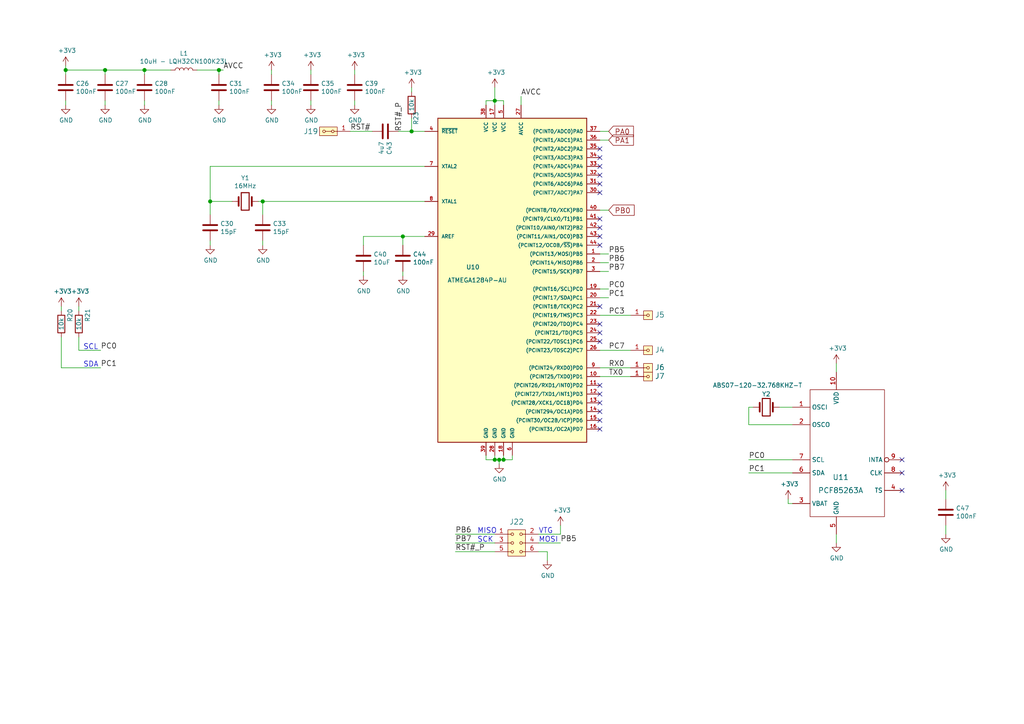
<source format=kicad_sch>
(kicad_sch (version 20211123) (generator eeschema)
  (paper "A4")
  (title_block (date "%F"))
  (lib_symbols
    (symbol "Device:Crystal" (pin_numbers hide) (pin_names (offset 1.016) hide)
      (property "Reference" "Y" (at 0 3.81 0))
      (property "Value" "Crystal" (at 0 -3.81 0))
      (symbol "Crystal_0_1"
        (rectangle (start -1.143 2.54) (end 1.143 -2.54) (stroke (width 0.3048)))
        (polyline (pts (xy -2.54 0) (xy -1.905 0)))
        (polyline (pts (xy -1.905 -1.27) (xy -1.905 1.27)) (stroke (width 0.508)))
        (polyline (pts (xy 1.905 -1.27) (xy 1.905 1.27)) (stroke (width 0.508)))
        (polyline (pts (xy 2.54 0) (xy 1.905 0)))
      )
      (symbol "Crystal_1_1"
        (pin passive line (at -3.81 0 0) (length 1.27) (name "1") (number "1"))
        (pin passive line (at 3.81 0 180) (length 1.27) (name "2") (number "2"))
      )
    )
    (symbol "MLAB_HEADER:HEADER_1x01" (pin_names (offset 1.016))
      (property "Reference" "J" (at 0 -2.54 0))
      (property "Value" "HEADER_1x01" (at 0 2.54 0))
      (symbol "HEADER_1x01_0_1"
        (rectangle (start -1.27 1.27) (end 1.27 -1.27) (fill (type background)))
        (polyline (pts (xy -1.27 0) (xy -0.381 0)))
        (circle (center 0 0) (radius 0.381))
      )
      (symbol "HEADER_1x01_1_1"
        (pin input line (at -5.08 0 0) (length 3.81) (name "~") (number "1"))
      )
    )
    (symbol "MLAB_HEADER:HEADER_2x01_PARALLEL" (pin_names (offset 1.016))
      (property "Reference" "J" (at 0 -2.54 0))
      (property "Value" "HEADER_2x01_PARALLEL" (at 0 2.54 0))
      (symbol "HEADER_2x01_PARALLEL_0_1"
        (rectangle (start -2.54 1.27) (end 2.54 -1.27) (fill (type background)))
        (circle (center -1.27 0) (radius 0.381))
        (polyline (pts (xy -1.651 0) (xy -2.54 0)))
        (polyline (pts (xy -0.889 0) (xy 0.889 0)))
        (circle (center 1.27 0) (radius 0.381))
      )
      (symbol "HEADER_2x01_PARALLEL_1_1"
        (pin input line (at -6.35 0 0) (length 3.81) (name "~") (number "1"))
        (pin input line (at -6.35 0 0) (length 3.81) hide (name "~") (number "2"))
      )
    )
    (symbol "MLAB_HEADER:HEADER_2x03" (pin_names (offset 1.016))
      (property "Reference" "J" (at 0 -5.08 0))
      (property "Value" "HEADER_2x03" (at 0 5.08 0))
      (symbol "HEADER_2x03_0_1"
        (rectangle (start -2.54 3.81) (end 2.54 -3.81) (fill (type background)))
        (circle (center -1.27 -2.54) (radius 0.381))
        (circle (center -1.27 0) (radius 0.381))
        (circle (center -1.27 2.54) (radius 0.381))
        (polyline (pts (xy -1.651 -2.54) (xy -2.54 -2.54)))
        (polyline (pts (xy -1.651 0) (xy -2.54 0)))
        (polyline (pts (xy -1.651 2.54) (xy -2.54 2.54)))
        (polyline (pts (xy 1.651 -2.54) (xy 2.54 -2.54)))
        (polyline (pts (xy 1.651 0) (xy 2.54 0)))
        (polyline (pts (xy 1.651 2.54) (xy 2.54 2.54)))
        (circle (center 1.27 -2.54) (radius 0.381))
        (circle (center 1.27 0) (radius 0.381))
        (circle (center 1.27 2.54) (radius 0.381))
      )
      (symbol "HEADER_2x03_1_1"
        (pin input line (at -6.35 2.54 0) (length 3.81) (name "~") (number "1"))
        (pin input line (at 6.35 2.54 180) (length 3.81) (name "~") (number "2"))
        (pin input line (at -6.35 0 0) (length 3.81) (name "~") (number "3"))
        (pin input line (at 6.35 0 180) (length 3.81) (name "~") (number "4"))
        (pin input line (at -6.35 -2.54 0) (length 3.81) (name "~") (number "5"))
        (pin input line (at 6.35 -2.54 180) (length 3.81) (name "~") (number "6"))
      )
    )
    (symbol "MLAB_IO:PCF85263A"
      (property "Reference" "U" (at 5.08 12.7 0))
      (property "Value" "PCF85263A" (at 6.35 8.89 0))
      (symbol "PCF85263A_0_1"
        (rectangle (start -7.62 17.78) (end 13.97 -19.05))
      )
      (symbol "PCF85263A_1_1"
        (pin input line (at -12.7 12.7 0) (length 5.08) (name "OSCI") (number "1"))
        (pin input line (at 0 22.86 270) (length 5.08) (name "VDD") (number "10"))
        (pin input line (at -12.7 7.62 0) (length 5.08) (name "OSCO") (number "2"))
        (pin input line (at -12.7 -15.24 0) (length 5.08) (name "VBAT") (number "3"))
        (pin input line (at 19.05 -11.43 180) (length 5.08) (name "TS") (number "4"))
        (pin input line (at 0 -24.13 90) (length 5.08) (name "GND") (number "5"))
        (pin input line (at -12.7 -6.35 0) (length 5.08) (name "SDA") (number "6"))
        (pin input line (at -12.7 -2.54 0) (length 5.08) (name "SCL") (number "7"))
        (pin input line (at 19.05 -6.35 180) (length 5.08) (name "CLK") (number "8"))
        (pin input inverted (at 19.05 -2.54 180) (length 5.08) (name "INTA") (number "9"))
      )
    )
    (symbol "SPACEDOS01A_PCB01A-rescue:ATMEGA1284P-AU-atmel-DATALOGGER01A-rescue-CCP2019V01A-rescue" (pin_names (offset 1.016))
      (property "Reference" "U" (at -21.59 47.752 0))
      (property "Value" "ATMEGA1284P-AU-atmel-DATALOGGER01A-rescue-CCP2019V01A-rescue" (at 10.16 -49.53 0))
      (symbol "ATMEGA1284P-AU-atmel-DATALOGGER01A-rescue-CCP2019V01A-rescue_0_1"
        (rectangle (start -21.59 46.99) (end 21.59 -46.99) (stroke (width 0.254)) (fill (type background)))
      )
      (symbol "ATMEGA1284P-AU-atmel-DATALOGGER01A-rescue-CCP2019V01A-rescue_1_1"
        (pin bidirectional line (at 25.4 7.62 180) (length 3.81) (name "(PCINT13/MOSI)PB5") (number "1"))
        (pin bidirectional line (at 25.4 -27.94 180) (length 3.81) (name "(PCINT25/TXD0)PD1") (number "10"))
        (pin bidirectional line (at 25.4 -30.48 180) (length 3.81) (name "(PCINT26/RXD1/INT0)PD2") (number "11"))
        (pin bidirectional line (at 25.4 -33.02 180) (length 3.81) (name "(PCINT27/TXD1/INT1)PD3") (number "12"))
        (pin bidirectional line (at 25.4 -35.56 180) (length 3.81) (name "(PCINT28/XCK1/OC1B)PD4") (number "13"))
        (pin bidirectional line (at 25.4 -38.1 180) (length 3.81) (name "(PCINT294/OC1A)PD5") (number "14"))
        (pin bidirectional line (at 25.4 -40.64 180) (length 3.81) (name "(PCINT30/OC2B/ICP)PD6") (number "15"))
        (pin bidirectional line (at 25.4 -43.18 180) (length 3.81) (name "(PCINT31/OC2A)PD7") (number "16"))
        (pin power_in line (at -5.08 50.8 270) (length 3.81) (name "VCC") (number "17"))
        (pin power_in line (at -2.54 -50.8 90) (length 3.81) (name "GND") (number "18"))
        (pin bidirectional line (at 25.4 -2.54 180) (length 3.81) (name "(PCINT16/SCL)PC0") (number "19"))
        (pin bidirectional line (at 25.4 5.08 180) (length 3.81) (name "(PCINT14/MISO)PB6") (number "2"))
        (pin bidirectional line (at 25.4 -5.08 180) (length 3.81) (name "(PCINT17/SDA)PC1") (number "20"))
        (pin bidirectional line (at 25.4 -7.62 180) (length 3.81) (name "(PCINT18/TCK)PC2") (number "21"))
        (pin bidirectional line (at 25.4 -10.16 180) (length 3.81) (name "(PCINT19/TMS)PC3") (number "22"))
        (pin bidirectional line (at 25.4 -12.7 180) (length 3.81) (name "(PCINT20/TDO)PC4") (number "23"))
        (pin bidirectional line (at 25.4 -15.24 180) (length 3.81) (name "(PCINT21/TDI)PC5") (number "24"))
        (pin bidirectional line (at 25.4 -17.78 180) (length 3.81) (name "(PCINT22/TOSC1)PC6") (number "25"))
        (pin bidirectional line (at 25.4 -20.32 180) (length 3.81) (name "(PCINT23/TOSC2)PC7") (number "26"))
        (pin power_in line (at 2.54 50.8 270) (length 3.81) (name "AVCC") (number "27"))
        (pin power_in line (at -5.08 -50.8 90) (length 3.81) (name "GND") (number "28"))
        (pin power_in line (at -25.4 12.7 0) (length 3.81) (name "AREF") (number "29"))
        (pin bidirectional line (at 25.4 2.54 180) (length 3.81) (name "(PCINT15/SCK)PB7") (number "3"))
        (pin bidirectional line (at 25.4 25.4 180) (length 3.81) (name "(PCINT7/ADC7)PA7") (number "30"))
        (pin bidirectional line (at 25.4 27.94 180) (length 3.81) (name "(PCINT6/ADC6)PA6") (number "31"))
        (pin bidirectional line (at 25.4 30.48 180) (length 3.81) (name "(PCINT5/ADC5)PA5") (number "32"))
        (pin bidirectional line (at 25.4 33.02 180) (length 3.81) (name "(PCINT4/ADC4)PA4") (number "33"))
        (pin bidirectional line (at 25.4 35.56 180) (length 3.81) (name "(PCINT3/ADC3)PA3") (number "34"))
        (pin bidirectional line (at 25.4 38.1 180) (length 3.81) (name "(PCINT2/ADC2)PA2") (number "35"))
        (pin bidirectional line (at 25.4 40.64 180) (length 3.81) (name "(PCINT1/ADC1)PA1") (number "36"))
        (pin bidirectional line (at 25.4 43.18 180) (length 3.81) (name "(PCINT0/ADC0)PA0") (number "37"))
        (pin power_in line (at -7.62 50.8 270) (length 3.81) (name "VCC") (number "38"))
        (pin power_in line (at -7.62 -50.8 90) (length 3.81) (name "GND") (number "39"))
        (pin input line (at -25.4 43.18 0) (length 3.81) (name "~{RESET}") (number "4"))
        (pin bidirectional line (at 25.4 20.32 180) (length 3.81) (name "(PCINT8/T0/XCK)PB0") (number "40"))
        (pin bidirectional line (at 25.4 17.78 180) (length 3.81) (name "(PCINT9/CLKO/T1)PB1") (number "41"))
        (pin bidirectional line (at 25.4 15.24 180) (length 3.81) (name "(PCINT10/AIN0/INT2)PB2") (number "42"))
        (pin bidirectional line (at 25.4 12.7 180) (length 3.81) (name "(PCINT11/AIN1/OC0)PB3") (number "43"))
        (pin bidirectional line (at 25.4 10.16 180) (length 3.81) (name "(PCINT12/OC0B/~{SS})PB4") (number "44"))
        (pin power_in line (at -2.54 50.8 270) (length 3.81) (name "VCC") (number "5"))
        (pin power_in line (at 0 -50.8 90) (length 3.81) (name "GND") (number "6"))
        (pin bidirectional line (at -25.4 33.02 0) (length 3.81) (name "XTAL2") (number "7"))
        (pin bidirectional line (at -25.4 22.86 0) (length 3.81) (name "XTAL1") (number "8"))
        (pin bidirectional line (at 25.4 -25.4 180) (length 3.81) (name "(PCINT24/RXD0)PD0") (number "9"))
      )
    )
    (symbol "SPACEDOS01A_PCB01A-rescue:C-device-DATALOGGER01A-rescue-CCP2019V01A-rescue" (pin_numbers hide) (pin_names (offset 0.254))
      (property "Reference" "C" (at 0.635 2.54 0))
      (property "Value" "C-device-DATALOGGER01A-rescue-CCP2019V01A-rescue" (at 0.635 -2.54 0))
      (symbol "C-device-DATALOGGER01A-rescue-CCP2019V01A-rescue_0_1"
        (polyline (pts (xy -2.032 -0.762) (xy 2.032 -0.762)) (stroke (width 0.508)))
        (polyline (pts (xy -2.032 0.762) (xy 2.032 0.762)) (stroke (width 0.508)))
      )
      (symbol "C-device-DATALOGGER01A-rescue-CCP2019V01A-rescue_1_1"
        (pin passive line (at 0 3.81 270) (length 2.794) (name "~") (number "1"))
        (pin passive line (at 0 -3.81 90) (length 2.794) (name "~") (number "2"))
      )
    )
    (symbol "SPACEDOS01A_PCB01A-rescue:Crystal-device-DATALOGGER01A-rescue-CCP2019V01A-rescue" (pin_numbers hide) (pin_names (offset 1.016) hide)
      (property "Reference" "Y" (at 0 3.81 0))
      (property "Value" "Crystal-device-DATALOGGER01A-rescue-CCP2019V01A-rescue" (at 0 -3.81 0))
      (symbol "Crystal-device-DATALOGGER01A-rescue-CCP2019V01A-rescue_0_1"
        (rectangle (start -1.143 2.54) (end 1.143 -2.54) (stroke (width 0.3048)))
        (polyline (pts (xy -2.54 0) (xy -1.905 0)))
        (polyline (pts (xy -1.905 -1.27) (xy -1.905 1.27)) (stroke (width 0.508)))
        (polyline (pts (xy 1.905 -1.27) (xy 1.905 1.27)) (stroke (width 0.508)))
        (polyline (pts (xy 2.54 0) (xy 1.905 0)))
      )
      (symbol "Crystal-device-DATALOGGER01A-rescue-CCP2019V01A-rescue_1_1"
        (pin passive line (at -3.81 0 0) (length 1.27) (name "1") (number "1"))
        (pin passive line (at 3.81 0 180) (length 1.27) (name "2") (number "2"))
      )
    )
    (symbol "SPACEDOS01A_PCB01A-rescue:L-device-DATALOGGER01A-rescue-CCP2019V01A-rescue" (pin_numbers hide) (pin_names (offset 1.016) hide)
      (property "Reference" "L" (at -1.27 0 90))
      (property "Value" "L-device-DATALOGGER01A-rescue-CCP2019V01A-rescue" (at 1.905 0 90))
      (symbol "L-device-DATALOGGER01A-rescue-CCP2019V01A-rescue_0_1"
        (arc (start 0 -2.54) (mid 0.635 -1.905) (end 0 -1.27))
        (arc (start 0 -1.27) (mid 0.635 -0.635) (end 0 0))
        (arc (start 0 0) (mid 0.635 0.635) (end 0 1.27))
        (arc (start 0 1.27) (mid 0.635 1.905) (end 0 2.54))
      )
      (symbol "L-device-DATALOGGER01A-rescue-CCP2019V01A-rescue_1_1"
        (pin passive line (at 0 3.81 270) (length 1.27) (name "1") (number "1"))
        (pin passive line (at 0 -3.81 90) (length 1.27) (name "2") (number "2"))
      )
    )
    (symbol "SPACEDOS01A_PCB01A-rescue:R-device-DATALOGGER01A-rescue-CCP2019V01A-rescue" (pin_numbers hide) (pin_names (offset 0))
      (property "Reference" "R" (at 2.032 0 90))
      (property "Value" "R-device-DATALOGGER01A-rescue-CCP2019V01A-rescue" (at 0 0 90))
      (symbol "R-device-DATALOGGER01A-rescue-CCP2019V01A-rescue_0_1"
        (rectangle (start -1.016 -2.54) (end 1.016 2.54) (stroke (width 0.254)))
      )
      (symbol "R-device-DATALOGGER01A-rescue-CCP2019V01A-rescue_1_1"
        (pin passive line (at 0 3.81 270) (length 1.27) (name "~") (number "1"))
        (pin passive line (at 0 -3.81 90) (length 1.27) (name "~") (number "2"))
      )
    )
    (symbol "power:+3.3V" (power) (pin_names (offset 0))
      (property "Value" "+3.3V" (at 0 3.556 0))
      (symbol "+3.3V_0_1"
        (polyline (pts (xy -0.762 1.27) (xy 0 2.54)))
        (polyline (pts (xy 0 0) (xy 0 2.54)))
        (polyline (pts (xy 0 2.54) (xy 0.762 1.27)))
      )
      (symbol "+3.3V_1_1"
        (pin power_in line (at 0 0 90) (length 0) hide (name "+3V3") (number "1"))
      )
    )
    (symbol "power:GND" (power) (pin_names (offset 0))
      (property "Value" "GND" (at 0 -3.81 0))
      (symbol "GND_0_1"
        (polyline (pts (xy 0 0) (xy 0 -1.27) (xy 1.27 -1.27) (xy 0 -2.54) (xy -1.27 -1.27) (xy 0 -1.27)))
      )
      (symbol "GND_1_1"
        (pin power_in line (at 0 0 270) (length 0) hide (name "GND") (number "1"))
      )
    )
  )
  (junction (at 119.38 38.1) (diameter 1.016))
  (junction (at 60.96 58.42) (diameter 1.016))
  (junction (at 63.5 20.32) (diameter 1.016))
  (junction (at 30.48 20.32) (diameter 1.016))
  (junction (at 76.2 58.42) (diameter 1.016))
  (junction (at 146.05 133.35) (diameter 1.016))
  (junction (at 144.78 133.35) (diameter 1.016))
  (junction (at 143.51 29.21) (diameter 1.016))
  (junction (at 19.05 20.32) (diameter 1.016))
  (junction (at 41.91 20.32) (diameter 1.016))
  (junction (at 116.84 68.58) (diameter 1.016))
  (junction (at 143.51 133.35) (diameter 1.016))
  (no_connect (at 173.99 93.98))
  (no_connect (at 173.99 116.84))
  (no_connect (at 173.99 63.5))
  (no_connect (at 173.99 50.8))
  (no_connect (at 173.99 45.72))
  (no_connect (at 173.99 71.12))
  (no_connect (at 173.99 111.76))
  (no_connect (at 173.99 55.88))
  (no_connect (at 173.99 48.26))
  (no_connect (at 173.99 114.3))
  (no_connect (at 173.99 66.04))
  (no_connect (at 173.99 124.46))
  (no_connect (at 173.99 53.34))
  (no_connect (at 261.62 137.16))
  (no_connect (at 173.99 96.52))
  (no_connect (at 173.99 88.9))
  (no_connect (at 261.62 142.24))
  (no_connect (at 173.99 119.38))
  (no_connect (at 173.99 121.92))
  (no_connect (at 261.62 133.35))
  (no_connect (at 173.99 68.58))
  (no_connect (at 173.99 43.18))
  (no_connect (at 173.99 99.06))
  (wire (pts (xy 22.86 88.9) (xy 22.86 90.17)))
  (wire (pts (xy 146.05 133.35) (xy 148.59 133.35)))
  (wire (pts (xy 173.99 91.44) (xy 182.88 91.44)))
  (wire (pts (xy 41.91 21.59) (xy 41.91 20.32)))
  (wire (pts (xy 144.78 134.62) (xy 144.78 133.35)))
  (wire (pts (xy 41.91 20.32) (xy 49.53 20.32)))
  (wire (pts (xy 76.2 71.12) (xy 76.2 69.85)))
  (wire (pts (xy 143.51 132.08) (xy 143.51 133.35)))
  (wire (pts (xy 217.17 137.16) (xy 229.87 137.16)))
  (wire (pts (xy 242.57 107.95) (xy 242.57 105.41)))
  (wire (pts (xy 57.15 20.32) (xy 63.5 20.32)))
  (wire (pts (xy 144.78 133.35) (xy 146.05 133.35)))
  (wire (pts (xy 228.6 146.05) (xy 229.87 146.05)))
  (wire (pts (xy 119.38 26.67) (xy 119.38 25.4)))
  (wire (pts (xy 19.05 20.32) (xy 30.48 20.32)))
  (wire (pts (xy 63.5 30.48) (xy 63.5 29.21)))
  (wire (pts (xy 76.2 58.42) (xy 123.19 58.42)))
  (wire (pts (xy 162.56 154.94) (xy 162.56 152.4)))
  (wire (pts (xy 173.99 38.1) (xy 176.53 38.1)))
  (wire (pts (xy 143.51 29.21) (xy 143.51 25.4)))
  (wire (pts (xy 22.86 97.79) (xy 22.86 101.6)))
  (wire (pts (xy 173.99 83.82) (xy 176.53 83.82)))
  (wire (pts (xy 274.32 142.24) (xy 274.32 144.78)))
  (wire (pts (xy 148.59 133.35) (xy 148.59 132.08)))
  (wire (pts (xy 19.05 20.32) (xy 19.05 19.05)))
  (wire (pts (xy 173.99 76.2) (xy 176.53 76.2)))
  (wire (pts (xy 90.17 30.48) (xy 90.17 29.21)))
  (wire (pts (xy 140.97 133.35) (xy 143.51 133.35)))
  (wire (pts (xy 41.91 30.48) (xy 41.91 29.21)))
  (wire (pts (xy 173.99 40.64) (xy 176.53 40.64)))
  (wire (pts (xy 105.41 68.58) (xy 116.84 68.58)))
  (wire (pts (xy 132.08 154.94) (xy 143.51 154.94)))
  (wire (pts (xy 19.05 30.48) (xy 19.05 29.21)))
  (wire (pts (xy 146.05 132.08) (xy 146.05 133.35)))
  (wire (pts (xy 60.96 48.26) (xy 123.19 48.26)))
  (wire (pts (xy 229.87 118.11) (xy 226.06 118.11)))
  (wire (pts (xy 132.08 157.48) (xy 143.51 157.48)))
  (wire (pts (xy 78.74 30.48) (xy 78.74 29.21)))
  (wire (pts (xy 116.84 71.12) (xy 116.84 68.58)))
  (wire (pts (xy 30.48 30.48) (xy 30.48 29.21)))
  (wire (pts (xy 140.97 132.08) (xy 140.97 133.35)))
  (wire (pts (xy 102.87 30.48) (xy 102.87 29.21)))
  (wire (pts (xy 17.78 88.9) (xy 17.78 90.17)))
  (wire (pts (xy 173.99 109.22) (xy 182.88 109.22)))
  (wire (pts (xy 105.41 80.01) (xy 105.41 78.74)))
  (wire (pts (xy 101.6 38.1) (xy 107.95 38.1)))
  (wire (pts (xy 173.99 73.66) (xy 176.53 73.66)))
  (wire (pts (xy 64.77 20.32) (xy 63.5 20.32)))
  (wire (pts (xy 63.5 20.32) (xy 63.5 21.59)))
  (wire (pts (xy 105.41 68.58) (xy 105.41 71.12)))
  (wire (pts (xy 217.17 118.11) (xy 217.17 123.19)))
  (wire (pts (xy 151.13 30.48) (xy 151.13 27.94)))
  (wire (pts (xy 173.99 86.36) (xy 176.53 86.36)))
  (wire (pts (xy 67.31 58.42) (xy 60.96 58.42)))
  (wire (pts (xy 30.48 20.32) (xy 41.91 20.32)))
  (wire (pts (xy 132.08 160.02) (xy 143.51 160.02)))
  (wire (pts (xy 119.38 34.29) (xy 119.38 38.1)))
  (wire (pts (xy 173.99 101.6) (xy 182.88 101.6)))
  (wire (pts (xy 146.05 29.21) (xy 146.05 30.48)))
  (wire (pts (xy 156.21 154.94) (xy 162.56 154.94)))
  (wire (pts (xy 119.38 38.1) (xy 123.19 38.1)))
  (wire (pts (xy 173.99 106.68) (xy 182.88 106.68)))
  (wire (pts (xy 158.75 160.02) (xy 158.75 162.56)))
  (wire (pts (xy 228.6 144.78) (xy 228.6 146.05)))
  (wire (pts (xy 217.17 123.19) (xy 229.87 123.19)))
  (wire (pts (xy 156.21 160.02) (xy 158.75 160.02)))
  (wire (pts (xy 78.74 20.32) (xy 78.74 21.59)))
  (wire (pts (xy 116.84 68.58) (xy 123.19 68.58)))
  (wire (pts (xy 218.44 118.11) (xy 217.17 118.11)))
  (wire (pts (xy 143.51 29.21) (xy 146.05 29.21)))
  (wire (pts (xy 173.99 78.74) (xy 176.53 78.74)))
  (wire (pts (xy 173.99 60.96) (xy 176.53 60.96)))
  (wire (pts (xy 19.05 21.59) (xy 19.05 20.32)))
  (wire (pts (xy 274.32 152.4) (xy 274.32 154.94)))
  (wire (pts (xy 116.84 80.01) (xy 116.84 78.74)))
  (wire (pts (xy 143.51 133.35) (xy 144.78 133.35)))
  (wire (pts (xy 115.57 38.1) (xy 119.38 38.1)))
  (wire (pts (xy 229.87 133.35) (xy 217.17 133.35)))
  (wire (pts (xy 17.78 97.79) (xy 17.78 106.68)))
  (wire (pts (xy 76.2 58.42) (xy 76.2 62.23)))
  (wire (pts (xy 102.87 20.32) (xy 102.87 21.59)))
  (wire (pts (xy 22.86 101.6) (xy 29.21 101.6)))
  (wire (pts (xy 60.96 58.42) (xy 60.96 62.23)))
  (wire (pts (xy 140.97 29.21) (xy 143.51 29.21)))
  (wire (pts (xy 90.17 20.32) (xy 90.17 21.59)))
  (wire (pts (xy 17.78 106.68) (xy 29.21 106.68)))
  (wire (pts (xy 76.2 58.42) (xy 74.93 58.42)))
  (wire (pts (xy 60.96 71.12) (xy 60.96 69.85)))
  (wire (pts (xy 140.97 30.48) (xy 140.97 29.21)))
  (wire (pts (xy 242.57 157.48) (xy 242.57 154.94)))
  (wire (pts (xy 143.51 30.48) (xy 143.51 29.21)))
  (wire (pts (xy 30.48 21.59) (xy 30.48 20.32)))
  (wire (pts (xy 156.21 157.48) (xy 162.56 157.48)))
  (wire (pts (xy 60.96 48.26) (xy 60.96 58.42)))
  (text "MISO" (at 138.43 154.94 0) (effects (font (size 1.524 1.524)) (justify left bottom)))
  (text "MOSI" (at 156.21 157.48 0) (effects (font (size 1.524 1.524)) (justify left bottom)))
  (text "VTG" (at 156.21 154.94 0) (effects (font (size 1.524 1.524)) (justify left bottom)))
  (text "SCL" (at 24.13 101.6 0) (effects (font (size 1.524 1.524)) (justify left bottom)))
  (text "SCK" (at 138.43 157.48 0) (effects (font (size 1.524 1.524)) (justify left bottom)))
  (text "SDA" (at 24.13 106.68 0) (effects (font (size 1.524 1.524)) (justify left bottom)))
  (label "PC0" (at 217.17 133.35 0) (effects (font (size 1.524 1.524))))
  (label "PB7" (at 176.53 78.74 0) (effects (font (size 1.524 1.524))))
  (label "RST#" (at 101.6 38.1 0) (effects (font (size 1.524 1.524))))
  (label "RX0" (at 176.53 106.68 0) (effects (font (size 1.524 1.524))))
  (label "RST#_P" (at 132.08 160.02 0) (effects (font (size 1.524 1.524))))
  (label "PC1" (at 217.17 137.16 0) (effects (font (size 1.524 1.524))))
  (label "PB6" (at 132.08 154.94 0) (effects (font (size 1.524 1.524))))
  (label "PC0" (at 29.21 101.6 0) (effects (font (size 1.524 1.524))))
  (label "PC1" (at 176.53 86.36 0) (effects (font (size 1.524 1.524))))
  (label "AVCC" (at 64.77 20.32 0) (effects (font (size 1.524 1.524))))
  (label "AVCC" (at 151.13 27.94 0) (effects (font (size 1.524 1.524))))
  (label "PB7" (at 132.08 157.48 0) (effects (font (size 1.524 1.524))))
  (label "TX0" (at 176.53 109.22 0) (effects (font (size 1.524 1.524))))
  (label "PB5" (at 162.56 157.48 0) (effects (font (size 1.524 1.524))))
  (label "RST#_P" (at 116.84 38.1 90) (effects (font (size 1.524 1.524))))
  (label "PC7" (at 176.53 101.6 0) (effects (font (size 1.524 1.524))))
  (label "PC0" (at 176.53 83.82 0) (effects (font (size 1.524 1.524))))
  (label "PC3" (at 176.53 91.44 0) (effects (font (size 1.524 1.524))))
  (label "PC1" (at 29.21 106.68 0) (effects (font (size 1.524 1.524))))
  (label "PB5" (at 176.53 73.66 0) (effects (font (size 1.524 1.524))))
  (label "PB6" (at 176.53 76.2 0) (effects (font (size 1.524 1.524))))
  (global_label "PB0" (shape input) (at 176.53 60.96 0) (effects (font (size 1.524 1.524))) (property "Reference mezi listy" "${INTERSHEET_REFS}" (effects hide)))
  (global_label "PA0" (shape input) (at 176.53 38.1 0) (effects (font (size 1.524 1.524))) (property "Reference mezi listy" "${INTERSHEET_REFS}" (effects hide)))
  (global_label "PA1" (shape input) (at 176.53 40.64 0) (effects (font (size 1.524 1.524))) (property "Reference mezi listy" "${INTERSHEET_REFS}" (effects hide)))
  (symbol (lib_id "SPACEDOS01A_PCB01A-rescue:ATMEGA1284P-AU-atmel-DATALOGGER01A-rescue-CCP2019V01A-rescue") (at 148.59 81.28 0) (unit 1)
    (property "Reference" "U10" (at 137.16 77.47 0))
    (property "Value" "ATMEGA1284P-AU" (at 138.43 81.28 0))
    (property "Footprint" "Package_QFP:TQFP-44_10x10mm_P0.8mm" (effects hide))
    (property "Datasheet" "http://www.atmel.com/Images/Atmel-8272-8-bit-AVR-microcontroller-ATmega164A_PA-324A_PA-644A_PA-1284_P_datasheet.pdf" (effects hide))
  )
  (symbol (lib_id "SPACEDOS01A_PCB01A-rescue:C-device-DATALOGGER01A-rescue-CCP2019V01A-rescue") (at 105.41 74.93 0) (unit 1)
    (property "Reference" "C40" (at 108.331 73.7616 0) (effects (justify left)))
    (property "Value" "10uF" (at 108.331 76.073 0) (effects (justify left)))
    (property "Footprint" "Mlab_R:SMD-0805" (effects hide))
  )
  (symbol (lib_id "SPACEDOS01A_PCB01A-rescue:C-device-DATALOGGER01A-rescue-CCP2019V01A-rescue") (at 116.84 74.93 0) (unit 1)
    (property "Reference" "C44" (at 119.761 73.7616 0) (effects (justify left)))
    (property "Value" "100nF" (at 119.761 76.073 0) (effects (justify left)))
    (property "Footprint" "Mlab_R:SMD-0805" (effects hide))
  )
  (symbol (lib_id "power:GND") (at 116.84 80.01 0) (unit 1)
    (property "Reference" "#PWR0116" (effects hide))
    (property "Value" "GND" (at 116.967 84.4042 0))
  )
  (symbol (lib_id "power:GND") (at 105.41 80.01 0) (unit 1)
    (property "Reference" "#PWR0117" (effects hide))
    (property "Value" "GND" (at 105.537 84.4042 0))
  )
  (symbol (lib_id "SPACEDOS01A_PCB01A-rescue:C-device-DATALOGGER01A-rescue-CCP2019V01A-rescue") (at 111.76 38.1 270) (unit 1)
    (property "Reference" "C43" (at 112.9284 41.021 0) (effects (justify left)))
    (property "Value" "4u7" (at 110.617 41.021 0) (effects (justify left)))
    (property "Footprint" "Mlab_R:SMD-0805" (effects hide))
  )
  (symbol (lib_id "SPACEDOS01A_PCB01A-rescue:R-device-DATALOGGER01A-rescue-CCP2019V01A-rescue") (at 119.38 30.48 180) (unit 1)
    (property "Reference" "R23" (at 120.65 34.29 90))
    (property "Value" "10k" (at 119.38 30.48 90))
    (property "Footprint" "Mlab_R:SMD-0805" (effects hide))
  )
  (symbol (lib_id "MLAB_HEADER:HEADER_2x01_PARALLEL") (at 95.25 38.1 180) (unit 1)
    (property "Reference" "J19" (at 90.17 38.1 0) (effects (font (size 1.524 1.524))))
    (property "Value" "HEADER_2x01_PARALLEL" (effects hide))
    (property "Footprint" "Mlab_Pin_Headers:Straight_2x01" (effects hide))
  )
  (symbol (lib_id "SPACEDOS01A_PCB01A-rescue:C-device-DATALOGGER01A-rescue-CCP2019V01A-rescue") (at 19.05 25.4 0) (unit 1)
    (property "Reference" "C26" (at 21.971 24.2316 0) (effects (justify left)))
    (property "Value" "100nF" (at 21.971 26.543 0) (effects (justify left)))
    (property "Footprint" "Mlab_R:SMD-0805" (effects hide))
  )
  (symbol (lib_id "SPACEDOS01A_PCB01A-rescue:C-device-DATALOGGER01A-rescue-CCP2019V01A-rescue") (at 30.48 25.4 0) (unit 1)
    (property "Reference" "C27" (at 33.401 24.2316 0) (effects (justify left)))
    (property "Value" "100nF" (at 33.401 26.543 0) (effects (justify left)))
    (property "Footprint" "Mlab_R:SMD-0805" (effects hide))
  )
  (symbol (lib_id "SPACEDOS01A_PCB01A-rescue:C-device-DATALOGGER01A-rescue-CCP2019V01A-rescue") (at 41.91 25.4 0) (unit 1)
    (property "Reference" "C28" (at 44.831 24.2316 0) (effects (justify left)))
    (property "Value" "100nF" (at 44.831 26.543 0) (effects (justify left)))
    (property "Footprint" "Mlab_R:SMD-0805" (effects hide))
  )
  (symbol (lib_id "SPACEDOS01A_PCB01A-rescue:L-device-DATALOGGER01A-rescue-CCP2019V01A-rescue") (at 53.34 20.32 90) (unit 1)
    (property "Reference" "L1" (at 53.34 15.494 90))
    (property "Value" "10uH - LQH32CN100K23L" (at 53.34 17.8054 90))
    (property "Footprint" "Mlab_R:SMD-1210" (effects hide))
  )
  (symbol (lib_id "SPACEDOS01A_PCB01A-rescue:C-device-DATALOGGER01A-rescue-CCP2019V01A-rescue") (at 63.5 25.4 0) (unit 1)
    (property "Reference" "C31" (at 66.421 24.2316 0) (effects (justify left)))
    (property "Value" "100nF" (at 66.421 26.543 0) (effects (justify left)))
    (property "Footprint" "Mlab_R:SMD-0805" (effects hide))
  )
  (symbol (lib_id "power:GND") (at 19.05 30.48 0) (unit 1)
    (property "Reference" "#PWR0121" (effects hide))
    (property "Value" "GND" (at 19.177 34.8742 0))
  )
  (symbol (lib_id "power:GND") (at 30.48 30.48 0) (unit 1)
    (property "Reference" "#PWR0122" (effects hide))
    (property "Value" "GND" (at 30.607 34.8742 0))
  )
  (symbol (lib_id "power:GND") (at 41.91 30.48 0) (unit 1)
    (property "Reference" "#PWR0123" (effects hide))
    (property "Value" "GND" (at 42.037 34.8742 0))
  )
  (symbol (lib_id "power:GND") (at 63.5 30.48 0) (unit 1)
    (property "Reference" "#PWR0124" (effects hide))
    (property "Value" "GND" (at 63.627 34.8742 0))
  )
  (symbol (lib_id "SPACEDOS01A_PCB01A-rescue:C-device-DATALOGGER01A-rescue-CCP2019V01A-rescue") (at 60.96 66.04 0) (unit 1)
    (property "Reference" "C30" (at 63.881 64.8716 0) (effects (justify left)))
    (property "Value" "15pF" (at 63.881 67.183 0) (effects (justify left)))
    (property "Footprint" "Mlab_R:SMD-0805" (effects hide))
  )
  (symbol (lib_id "SPACEDOS01A_PCB01A-rescue:C-device-DATALOGGER01A-rescue-CCP2019V01A-rescue") (at 76.2 66.04 0) (unit 1)
    (property "Reference" "C33" (at 79.121 64.8716 0) (effects (justify left)))
    (property "Value" "15pF" (at 79.121 67.183 0) (effects (justify left)))
    (property "Footprint" "Mlab_R:SMD-0805" (effects hide))
  )
  (symbol (lib_id "power:GND") (at 76.2 71.12 0) (unit 1)
    (property "Reference" "#PWR0126" (effects hide))
    (property "Value" "GND" (at 76.327 75.5142 0))
  )
  (symbol (lib_id "power:GND") (at 60.96 71.12 0) (unit 1)
    (property "Reference" "#PWR0127" (effects hide))
    (property "Value" "GND" (at 61.087 75.5142 0))
  )
  (symbol (lib_id "MLAB_HEADER:HEADER_2x03") (at 149.86 157.48 0) (unit 1)
    (property "Reference" "J22" (at 149.86 151.3586 0) (effects (font (size 1.524 1.524))))
    (property "Value" "HEADER_2x03" (effects hide))
    (property "Footprint" "Mlab_Pin_Headers:SMD_2x03" (effects hide))
  )
  (symbol (lib_id "power:GND") (at 158.75 162.56 0) (unit 1)
    (property "Reference" "#PWR0153" (effects hide))
    (property "Value" "GND" (at 158.877 166.9542 0))
  )
  (symbol (lib_id "Device:Crystal") (at 71.12 58.42 0) (unit 1)
    (property "Reference" "Y1" (at 71.12 51.6128 0))
    (property "Value" "16MHz" (at 71.12 53.9242 0))
    (property "Footprint" "Mlab_XTAL:Crystal_HC49-4H_Vertical" (effects hide))
  )
  (symbol (lib_id "power:GND") (at 144.78 134.62 0) (unit 1)
    (property "Reference" "#PWR0129" (effects hide))
    (property "Value" "GND" (at 144.907 139.0142 0))
  )
  (symbol (lib_id "SPACEDOS01A_PCB01A-rescue:R-device-DATALOGGER01A-rescue-CCP2019V01A-rescue") (at 17.78 93.98 180) (unit 1)
    (property "Reference" "R20" (at 20.32 91.44 90))
    (property "Value" "10k" (at 17.78 93.98 90))
    (property "Footprint" "Mlab_R:SMD-0805" (effects hide))
  )
  (symbol (lib_id "SPACEDOS01A_PCB01A-rescue:R-device-DATALOGGER01A-rescue-CCP2019V01A-rescue") (at 22.86 93.98 180) (unit 1)
    (property "Reference" "R21" (at 25.4 91.44 90))
    (property "Value" "10k" (at 22.86 93.98 90))
    (property "Footprint" "Mlab_R:SMD-0805" (effects hide))
  )
  (symbol (lib_id "MLAB_IO:PCF85263A") (at 242.57 130.81 0) (unit 1)
    (property "Reference" "U11" (at 243.84 138.43 0) (effects (font (size 1.524 1.524))))
    (property "Value" "PCF85263A" (at 243.84 142.24 0) (effects (font (size 1.524 1.524))))
    (property "Footprint" "Mlab_IO:TSSOP-10_3x3mm_Pitch0.5mm" (effects hide))
  )
  (symbol (lib_id "SPACEDOS01A_PCB01A-rescue:Crystal-device-DATALOGGER01A-rescue-CCP2019V01A-rescue") (at 222.25 118.11 0) (unit 1)
    (property "Reference" "Y2" (at 222.25 114.3 0))
    (property "Value" "ABS07-120-32.768KHZ-T" (at 219.71 111.76 0))
    (property "Footprint" "Mlab_XTAL:ABS07" (effects hide))
  )
  (symbol (lib_id "power:GND") (at 242.57 157.48 0) (unit 1)
    (property "Reference" "#PWR0133" (effects hide))
    (property "Value" "GND" (at 242.697 161.8742 0))
  )
  (symbol (lib_id "SPACEDOS01A_PCB01A-rescue:C-device-DATALOGGER01A-rescue-CCP2019V01A-rescue") (at 78.74 25.4 0) (unit 1)
    (property "Reference" "C34" (at 81.661 24.2316 0) (effects (justify left)))
    (property "Value" "100nF" (at 81.661 26.543 0) (effects (justify left)))
    (property "Footprint" "Mlab_R:SMD-0805" (effects hide))
  )
  (symbol (lib_id "power:GND") (at 78.74 30.48 0) (unit 1)
    (property "Reference" "#PWR0154" (effects hide))
    (property "Value" "GND" (at 78.867 34.8742 0))
  )
  (symbol (lib_id "SPACEDOS01A_PCB01A-rescue:C-device-DATALOGGER01A-rescue-CCP2019V01A-rescue") (at 274.32 148.59 0) (unit 1)
    (property "Reference" "C47" (at 277.241 147.4216 0) (effects (justify left)))
    (property "Value" "100nF" (at 277.241 149.733 0) (effects (justify left)))
    (property "Footprint" "Mlab_R:SMD-0805" (effects hide))
  )
  (symbol (lib_id "power:GND") (at 274.32 154.94 0) (unit 1)
    (property "Reference" "#PWR0134" (effects hide))
    (property "Value" "GND" (at 274.447 159.3342 0))
  )
  (symbol (lib_id "SPACEDOS01A_PCB01A-rescue:C-device-DATALOGGER01A-rescue-CCP2019V01A-rescue") (at 90.17 25.4 0) (unit 1)
    (property "Reference" "C35" (at 93.091 24.2316 0) (effects (justify left)))
    (property "Value" "100nF" (at 93.091 26.543 0) (effects (justify left)))
    (property "Footprint" "Mlab_R:SMD-0805" (effects hide))
  )
  (symbol (lib_id "power:GND") (at 90.17 30.48 0) (unit 1)
    (property "Reference" "#PWR0156" (effects hide))
    (property "Value" "GND" (at 90.297 34.8742 0))
  )
  (symbol (lib_id "SPACEDOS01A_PCB01A-rescue:C-device-DATALOGGER01A-rescue-CCP2019V01A-rescue") (at 102.87 25.4 0) (unit 1)
    (property "Reference" "C39" (at 105.791 24.2316 0) (effects (justify left)))
    (property "Value" "100nF" (at 105.791 26.543 0) (effects (justify left)))
    (property "Footprint" "Mlab_R:SMD-0805" (effects hide))
  )
  (symbol (lib_id "power:GND") (at 102.87 30.48 0) (unit 1)
    (property "Reference" "#PWR0158" (effects hide))
    (property "Value" "GND" (at 102.997 34.8742 0))
  )
  (symbol (lib_id "power:+3.3V") (at 228.6 144.78 0) (unit 1)
    (property "Reference" "#PWR0108" (effects hide))
    (property "Value" "+3.3V" (at 228.981 140.3858 0))
  )
  (symbol (lib_id "MLAB_HEADER:HEADER_1x01") (at 187.96 101.6 0) (unit 1)
    (property "Reference" "J4" (at 189.9412 101.473 0) (effects (font (size 1.524 1.524)) (justify left)))
    (property "Value" "HEADER_1x01" (effects hide))
    (property "Footprint" "Mlab_Pin_Headers:Straight_1x01" (effects hide))
  )
  (symbol (lib_id "MLAB_HEADER:HEADER_1x01") (at 187.96 91.44 0) (unit 1)
    (property "Reference" "J5" (at 189.9412 91.313 0) (effects (font (size 1.524 1.524)) (justify left)))
    (property "Value" "HEADER_1x01" (effects hide))
    (property "Footprint" "Mlab_Pin_Headers:Straight_1x01" (effects hide))
  )
  (symbol (lib_id "MLAB_HEADER:HEADER_1x01") (at 187.96 106.68 0) (unit 1)
    (property "Reference" "J6" (at 189.9412 106.553 0) (effects (font (size 1.524 1.524)) (justify left)))
    (property "Value" "HEADER_1x01" (effects hide))
    (property "Footprint" "Mlab_Pin_Headers:Straight_1x01" (effects hide))
  )
  (symbol (lib_id "MLAB_HEADER:HEADER_1x01") (at 187.96 109.22 0) (unit 1)
    (property "Reference" "J7" (at 189.9412 109.093 0) (effects (font (size 1.524 1.524)) (justify left)))
    (property "Value" "HEADER_1x01" (effects hide))
    (property "Footprint" "Mlab_Pin_Headers:Straight_1x01" (effects hide))
  )
  (symbol (lib_id "power:+3.3V") (at 19.05 19.05 0) (unit 1)
    (property "Reference" "#PWR0118" (effects hide))
    (property "Value" "+3.3V" (at 19.431 14.6558 0))
  )
  (symbol (lib_id "power:+3.3V") (at 78.74 20.32 0) (unit 1)
    (property "Reference" "#PWR0120" (effects hide))
    (property "Value" "+3.3V" (at 79.121 15.9258 0))
  )
  (symbol (lib_id "power:+3.3V") (at 90.17 20.32 0) (unit 1)
    (property "Reference" "#PWR0130" (effects hide))
    (property "Value" "+3.3V" (at 90.551 15.9258 0))
  )
  (symbol (lib_id "power:+3.3V") (at 102.87 20.32 0) (unit 1)
    (property "Reference" "#PWR0131" (effects hide))
    (property "Value" "+3.3V" (at 103.251 15.9258 0))
  )
  (symbol (lib_id "power:+3.3V") (at 119.38 25.4 0) (unit 1)
    (property "Reference" "#PWR0132" (effects hide))
    (property "Value" "+3.3V" (at 119.761 21.0058 0))
  )
  (symbol (lib_id "power:+3.3V") (at 143.51 25.4 0) (unit 1)
    (property "Reference" "#PWR0135" (effects hide))
    (property "Value" "+3.3V" (at 143.891 21.0058 0))
  )
  (symbol (lib_id "power:+3.3V") (at 242.57 105.41 0) (unit 1)
    (property "Reference" "#PWR0143" (effects hide))
    (property "Value" "+3.3V" (at 242.951 101.0158 0))
  )
  (symbol (lib_id "power:+3.3V") (at 274.32 142.24 0) (unit 1)
    (property "Reference" "#PWR0144" (effects hide))
    (property "Value" "+3.3V" (at 274.701 137.8458 0))
  )
  (symbol (lib_id "power:+3.3V") (at 162.56 152.4 0) (unit 1)
    (property "Reference" "#PWR0145" (effects hide))
    (property "Value" "+3.3V" (at 162.941 148.0058 0))
  )
  (symbol (lib_id "power:+3.3V") (at 17.78 88.9 0) (unit 1)
    (property "Reference" "#PWR0146" (effects hide))
    (property "Value" "+3.3V" (at 18.161 84.5058 0))
  )
  (symbol (lib_id "power:+3.3V") (at 22.86 88.9 0) (unit 1)
    (property "Reference" "#PWR0147" (effects hide))
    (property "Value" "+3.3V" (at 23.241 84.5058 0))
  )
)
</source>
